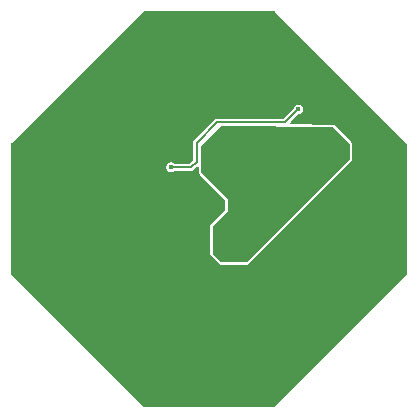
<source format=gbr>
%TF.GenerationSoftware,KiCad,Pcbnew,9.0.6-9.0.6~ubuntu24.04.1*%
%TF.CreationDate,2025-12-18T12:30:08+01:00*%
%TF.ProjectId,PCB_ENCODER,5043425f-454e-4434-9f44-45522e6b6963,rev?*%
%TF.SameCoordinates,Original*%
%TF.FileFunction,Copper,L2,Bot*%
%TF.FilePolarity,Positive*%
%FSLAX46Y46*%
G04 Gerber Fmt 4.6, Leading zero omitted, Abs format (unit mm)*
G04 Created by KiCad (PCBNEW 9.0.6-9.0.6~ubuntu24.04.1) date 2025-12-18 12:30:08*
%MOMM*%
%LPD*%
G01*
G04 APERTURE LIST*
%TA.AperFunction,ComponentPad*%
%ADD10C,0.800000*%
%TD*%
%TA.AperFunction,ComponentPad*%
%ADD11C,6.400000*%
%TD*%
%TA.AperFunction,ViaPad*%
%ADD12C,0.400000*%
%TD*%
%TA.AperFunction,Conductor*%
%ADD13C,0.200000*%
%TD*%
G04 APERTURE END LIST*
D10*
%TO.P,H2,1,1*%
%TO.N,GND*%
X97850000Y-62250000D03*
X98552944Y-60552944D03*
X98552944Y-63947056D03*
X100250000Y-59850000D03*
D11*
X100250000Y-62250000D03*
D10*
X100250000Y-64650000D03*
X101947056Y-60552944D03*
X101947056Y-63947056D03*
X102650000Y-62250000D03*
%TD*%
%TO.P,H3,1,1*%
%TO.N,GND*%
X85100000Y-49500000D03*
X85802944Y-47802944D03*
X85802944Y-51197056D03*
X87500000Y-47100000D03*
D11*
X87500000Y-49500000D03*
D10*
X87500000Y-51900000D03*
X89197056Y-47802944D03*
X89197056Y-51197056D03*
X89900000Y-49500000D03*
%TD*%
%TO.P,H4,1,1*%
%TO.N,GND*%
X97850000Y-36750000D03*
X98552944Y-35052944D03*
X98552944Y-38447056D03*
X100250000Y-34350000D03*
D11*
X100250000Y-36750000D03*
D10*
X100250000Y-39150000D03*
X101947056Y-35052944D03*
X101947056Y-38447056D03*
X102650000Y-36750000D03*
%TD*%
%TO.P,H1,1,1*%
%TO.N,GND*%
X110600000Y-49500000D03*
X111302944Y-47802944D03*
X111302944Y-51197056D03*
X113000000Y-47100000D03*
D11*
X113000000Y-49500000D03*
D10*
X113000000Y-51900000D03*
X114697056Y-47802944D03*
X114697056Y-51197056D03*
X115400000Y-49500000D03*
%TD*%
D12*
%TO.N,GND*%
X100250000Y-49500000D03*
%TO.N,+3.3V*%
X101450000Y-51750000D03*
X110477297Y-43692120D03*
X100150000Y-46400000D03*
%TO.N,/B*%
X107825647Y-41040470D03*
X97050000Y-45950000D03*
%TD*%
D13*
%TO.N,/B*%
X99200000Y-45500000D02*
X99200000Y-43875000D01*
X98750000Y-45950000D02*
X99200000Y-45500000D01*
X106716117Y-42150000D02*
X107825647Y-41040470D01*
X99200000Y-43875000D02*
X100925000Y-42150000D01*
X100925000Y-42150000D02*
X106716117Y-42150000D01*
X97050000Y-45950000D02*
X98750000Y-45950000D01*
%TD*%
%TA.AperFunction,Conductor*%
%TO.N,GND*%
G36*
X105808363Y-32770185D02*
G01*
X105829005Y-32786819D01*
X116963181Y-43920995D01*
X116996666Y-43982318D01*
X116999500Y-44008676D01*
X116999500Y-54991324D01*
X116979815Y-55058363D01*
X116963181Y-55079005D01*
X105829005Y-66213181D01*
X105767682Y-66246666D01*
X105741324Y-66249500D01*
X94758676Y-66249500D01*
X94691637Y-66229815D01*
X94670995Y-66213181D01*
X83536819Y-55079005D01*
X83503334Y-55017682D01*
X83500500Y-54991324D01*
X83500500Y-45897273D01*
X96649500Y-45897273D01*
X96649500Y-46002727D01*
X96676793Y-46104587D01*
X96729520Y-46195913D01*
X96804087Y-46270480D01*
X96895413Y-46323207D01*
X96997273Y-46350500D01*
X96997275Y-46350500D01*
X97102725Y-46350500D01*
X97102727Y-46350500D01*
X97204587Y-46323207D01*
X97295913Y-46270480D01*
X97295914Y-46270478D01*
X97301744Y-46267113D01*
X97363744Y-46250500D01*
X98789560Y-46250500D01*
X98789562Y-46250500D01*
X98865989Y-46230021D01*
X98934511Y-46190460D01*
X98990460Y-46134511D01*
X99182819Y-45942152D01*
X99244142Y-45908667D01*
X99313834Y-45913651D01*
X99369767Y-45955523D01*
X99394184Y-46020987D01*
X99394500Y-46029833D01*
X99394500Y-46348638D01*
X99395678Y-46370618D01*
X99398511Y-46396965D01*
X99398512Y-46396967D01*
X99422470Y-46473478D01*
X99422471Y-46473483D01*
X99436872Y-46499855D01*
X99455956Y-46534805D01*
X99455958Y-46534808D01*
X99455960Y-46534811D01*
X99490998Y-46581615D01*
X99491002Y-46581619D01*
X99491009Y-46581629D01*
X99491016Y-46581636D01*
X101608181Y-48698801D01*
X101641666Y-48760124D01*
X101644500Y-48786482D01*
X101644500Y-49513517D01*
X101624815Y-49580556D01*
X101608181Y-49601198D01*
X100441014Y-50768365D01*
X100441012Y-50768366D01*
X100426325Y-50784716D01*
X100426313Y-50784730D01*
X100409672Y-50805379D01*
X100372509Y-50876424D01*
X100352826Y-50943456D01*
X100344500Y-51001365D01*
X100344500Y-53248638D01*
X100345678Y-53270618D01*
X100348511Y-53296965D01*
X100348512Y-53296967D01*
X100372470Y-53373478D01*
X100372471Y-53373483D01*
X100386872Y-53399855D01*
X100405956Y-53434805D01*
X100405958Y-53434808D01*
X100405960Y-53434811D01*
X100440998Y-53481615D01*
X100441002Y-53481619D01*
X100441009Y-53481629D01*
X100441016Y-53481636D01*
X101068365Y-54108986D01*
X101068366Y-54108987D01*
X101084716Y-54123674D01*
X101084730Y-54123686D01*
X101084738Y-54123693D01*
X101093136Y-54130460D01*
X101105379Y-54140327D01*
X101176424Y-54177490D01*
X101243456Y-54197173D01*
X101243458Y-54197173D01*
X101243464Y-54197175D01*
X101301362Y-54205500D01*
X101301366Y-54205500D01*
X103398639Y-54205500D01*
X103401180Y-54205363D01*
X103420607Y-54204322D01*
X103420614Y-54204321D01*
X103420618Y-54204321D01*
X103446965Y-54201488D01*
X103523482Y-54177529D01*
X103584805Y-54144044D01*
X103631629Y-54108991D01*
X112258991Y-45481629D01*
X112273693Y-45465262D01*
X112290327Y-45444620D01*
X112327490Y-45373575D01*
X112347175Y-45306536D01*
X112355500Y-45248638D01*
X112355500Y-44001362D01*
X112354322Y-43979393D01*
X112351488Y-43953035D01*
X112327529Y-43876518D01*
X112294044Y-43815195D01*
X112258991Y-43768371D01*
X111840120Y-43349500D01*
X110931345Y-42440724D01*
X110931340Y-42440719D01*
X110915434Y-42426389D01*
X110895387Y-42410139D01*
X110895380Y-42410134D01*
X110825017Y-42372940D01*
X110825010Y-42372937D01*
X110758089Y-42352869D01*
X110758091Y-42352869D01*
X110758086Y-42352868D01*
X110758083Y-42352867D01*
X110758073Y-42352865D01*
X110700244Y-42344210D01*
X107265266Y-42324467D01*
X107198341Y-42304397D01*
X107152890Y-42251331D01*
X107143345Y-42182117D01*
X107172734Y-42118729D01*
X107178279Y-42112807D01*
X107816283Y-41474804D01*
X107871869Y-41442712D01*
X107878370Y-41440970D01*
X107878374Y-41440970D01*
X107980234Y-41413677D01*
X108071560Y-41360950D01*
X108146127Y-41286383D01*
X108198854Y-41195057D01*
X108226147Y-41093197D01*
X108226147Y-40987743D01*
X108198854Y-40885883D01*
X108146127Y-40794557D01*
X108071560Y-40719990D01*
X107980234Y-40667263D01*
X107878374Y-40639970D01*
X107772920Y-40639970D01*
X107671060Y-40667263D01*
X107671057Y-40667264D01*
X107579732Y-40719991D01*
X107505168Y-40794555D01*
X107452441Y-40885880D01*
X107452440Y-40885881D01*
X107423404Y-40994248D01*
X107391310Y-41049835D01*
X106627965Y-41813181D01*
X106566642Y-41846666D01*
X106540284Y-41849500D01*
X100885438Y-41849500D01*
X100847224Y-41859739D01*
X100809009Y-41869979D01*
X100809004Y-41869982D01*
X100740495Y-41909535D01*
X100740487Y-41909541D01*
X98959541Y-43690487D01*
X98959535Y-43690495D01*
X98919982Y-43759004D01*
X98919979Y-43759009D01*
X98899500Y-43835439D01*
X98899500Y-45324167D01*
X98879815Y-45391206D01*
X98863181Y-45411848D01*
X98661848Y-45613181D01*
X98600525Y-45646666D01*
X98574167Y-45649500D01*
X97363744Y-45649500D01*
X97301744Y-45632887D01*
X97295914Y-45629521D01*
X97295913Y-45629520D01*
X97204587Y-45576793D01*
X97102727Y-45549500D01*
X96997273Y-45549500D01*
X96895413Y-45576793D01*
X96895410Y-45576794D01*
X96804085Y-45629521D01*
X96729521Y-45704085D01*
X96676794Y-45795410D01*
X96676793Y-45795413D01*
X96649500Y-45897273D01*
X83500500Y-45897273D01*
X83500500Y-44008676D01*
X83520185Y-43941637D01*
X83536819Y-43920995D01*
X94670995Y-32786819D01*
X94732318Y-32753334D01*
X94758676Y-32750500D01*
X105741324Y-32750500D01*
X105808363Y-32770185D01*
G37*
%TD.AperFunction*%
%TD*%
%TA.AperFunction,Conductor*%
%TO.N,+3.3V*%
G36*
X110699056Y-42549707D02*
G01*
X110765981Y-42569777D01*
X110786024Y-42586024D01*
X112113681Y-43913681D01*
X112147166Y-43975004D01*
X112150000Y-44001362D01*
X112150000Y-45248638D01*
X112130315Y-45315677D01*
X112113681Y-45336319D01*
X103486319Y-53963681D01*
X103424996Y-53997166D01*
X103398638Y-54000000D01*
X101301362Y-54000000D01*
X101234323Y-53980315D01*
X101213681Y-53963681D01*
X100586319Y-53336319D01*
X100552834Y-53274996D01*
X100550000Y-53248638D01*
X100550000Y-51001362D01*
X100569685Y-50934323D01*
X100586319Y-50913681D01*
X101850000Y-49650000D01*
X101850000Y-48650000D01*
X99636319Y-46436319D01*
X99602834Y-46374996D01*
X99600000Y-46348638D01*
X99600000Y-44201362D01*
X99619685Y-44134323D01*
X99636319Y-44113681D01*
X99836319Y-43913681D01*
X101217960Y-42532039D01*
X101279281Y-42498556D01*
X101306346Y-42495724D01*
X110699056Y-42549707D01*
G37*
%TD.AperFunction*%
%TD*%
M02*

</source>
